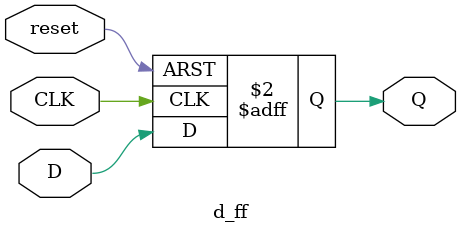
<source format=v>
`timescale 1ns / 1ps


module d_ff(D, CLK, reset,Q);
    input D, CLK, reset;
    output reg Q;
    always @(posedge CLK or posedge reset) begin
        if(reset) Q <= 1'b0;
        else Q <= D;
    end
endmodule

</source>
